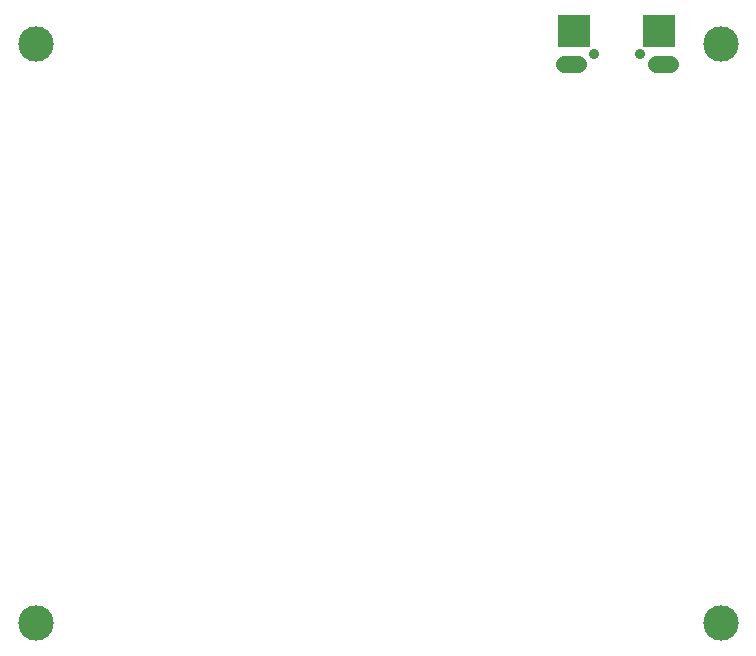
<source format=gbr>
G04 EAGLE Gerber RS-274X export*
G75*
%MOMM*%
%FSLAX34Y34*%
%LPD*%
%INSoldermask Bottom*%
%IPPOS*%
%AMOC8*
5,1,8,0,0,1.08239X$1,22.5*%
G01*
%ADD10C,3.003200*%
%ADD11C,0.903200*%
%ADD12R,2.703200X2.703200*%
%ADD13C,1.411200*%


D10*
X35000Y530150D03*
X35000Y40150D03*
X615000Y40150D03*
X615000Y530150D03*
D11*
X546550Y521970D03*
X507550Y521970D03*
D12*
X491050Y540970D03*
X563050Y540970D03*
D13*
X560050Y512970D02*
X572130Y512970D01*
X494050Y512970D02*
X481970Y512970D01*
M02*

</source>
